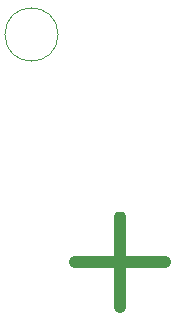
<source format=gbo>
%TF.GenerationSoftware,KiCad,Pcbnew,8.0.7*%
%TF.CreationDate,2024-12-05T10:47:50-06:00*%
%TF.ProjectId,obverse,6f627665-7273-4652-9e6b-696361645f70,rev?*%
%TF.SameCoordinates,Original*%
%TF.FileFunction,Legend,Bot*%
%TF.FilePolarity,Positive*%
%FSLAX46Y46*%
G04 Gerber Fmt 4.6, Leading zero omitted, Abs format (unit mm)*
G04 Created by KiCad (PCBNEW 8.0.7) date 2024-12-05 10:47:50*
%MOMM*%
%LPD*%
G01*
G04 APERTURE LIST*
%ADD10C,1.000000*%
%ADD11C,0.150000*%
%ADD12C,0.120000*%
%ADD13C,0.600000*%
%ADD14C,4.000000*%
%ADD15C,10.000000*%
G04 APERTURE END LIST*
D10*
X153809523Y-66296666D02*
X146190476Y-66296666D01*
X149999999Y-70106190D02*
X149999999Y-62487142D01*
D11*
X150404761Y-54033009D02*
X150261904Y-54080628D01*
X150261904Y-54080628D02*
X150214285Y-54128247D01*
X150214285Y-54128247D02*
X150166666Y-54223485D01*
X150166666Y-54223485D02*
X150166666Y-54366342D01*
X150166666Y-54366342D02*
X150214285Y-54461580D01*
X150214285Y-54461580D02*
X150261904Y-54509200D01*
X150261904Y-54509200D02*
X150357142Y-54556819D01*
X150357142Y-54556819D02*
X150738094Y-54556819D01*
X150738094Y-54556819D02*
X150738094Y-53556819D01*
X150738094Y-53556819D02*
X150404761Y-53556819D01*
X150404761Y-53556819D02*
X150309523Y-53604438D01*
X150309523Y-53604438D02*
X150261904Y-53652057D01*
X150261904Y-53652057D02*
X150214285Y-53747295D01*
X150214285Y-53747295D02*
X150214285Y-53842533D01*
X150214285Y-53842533D02*
X150261904Y-53937771D01*
X150261904Y-53937771D02*
X150309523Y-53985390D01*
X150309523Y-53985390D02*
X150404761Y-54033009D01*
X150404761Y-54033009D02*
X150738094Y-54033009D01*
X149785713Y-53652057D02*
X149738094Y-53604438D01*
X149738094Y-53604438D02*
X149642856Y-53556819D01*
X149642856Y-53556819D02*
X149404761Y-53556819D01*
X149404761Y-53556819D02*
X149309523Y-53604438D01*
X149309523Y-53604438D02*
X149261904Y-53652057D01*
X149261904Y-53652057D02*
X149214285Y-53747295D01*
X149214285Y-53747295D02*
X149214285Y-53842533D01*
X149214285Y-53842533D02*
X149261904Y-53985390D01*
X149261904Y-53985390D02*
X149833332Y-54556819D01*
X149833332Y-54556819D02*
X149214285Y-54556819D01*
D12*
%TO.C,REF\u002A\u002A*%
X144750000Y-47000000D02*
G75*
G02*
X140250000Y-47000000I-2250000J0D01*
G01*
X140250000Y-47000000D02*
G75*
G02*
X144750000Y-47000000I2250000J0D01*
G01*
%TO.C,+*%
X152250000Y-57000000D02*
G75*
G02*
X147750000Y-57000000I-2250000J0D01*
G01*
X147750000Y-57000000D02*
G75*
G02*
X152250000Y-57000000I2250000J0D01*
G01*
%TO.C,B2*%
X152250000Y-57000000D02*
G75*
G02*
X147750000Y-57000000I-2250000J0D01*
G01*
X147750000Y-57000000D02*
G75*
G02*
X152250000Y-57000000I2250000J0D01*
G01*
%TD*%
%LPC*%
D13*
%TO.C,T51*%
X133978530Y-40750000D03*
%TD*%
%TO.C,T43*%
X166021469Y-40750000D03*
%TD*%
%TO.C,T50*%
X131500000Y-50000000D03*
%TD*%
%TO.C,T48*%
X140500000Y-66021469D03*
%TD*%
%TO.C,T44*%
X168500000Y-50000000D03*
%TD*%
%TO.C,T45*%
X166021469Y-59250000D03*
%TD*%
%TO.C,T46*%
X159500000Y-66021469D03*
%TD*%
%TO.C,T52*%
X140750000Y-33978530D03*
%TD*%
%TO.C,T49*%
X133978530Y-59250000D03*
%TD*%
%TO.C,T42*%
X159250000Y-33978530D03*
%TD*%
D14*
%TO.C,REF\u002A\u002A*%
X142500000Y-47000000D03*
%TD*%
D15*
%TO.C,+*%
X150000000Y-57000000D03*
%TD*%
D14*
%TO.C,B2*%
X150000000Y-57000000D03*
%TD*%
%LPD*%
M02*

</source>
